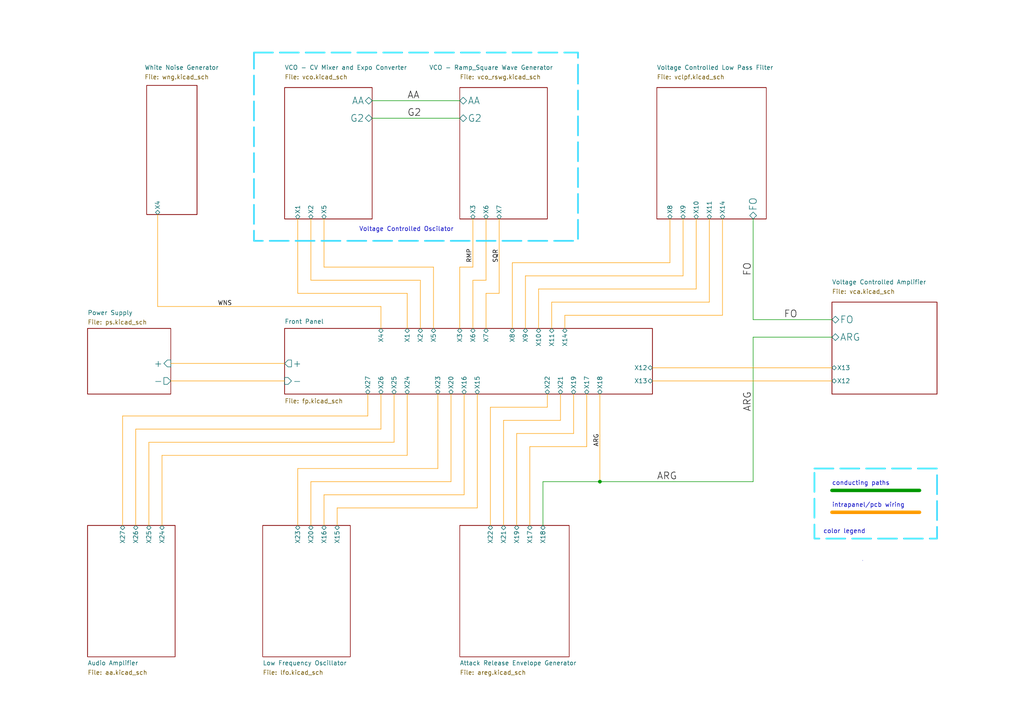
<source format=kicad_sch>
(kicad_sch (version 20230121) (generator eeschema)
  (paper "A4")
  (title_block (title "Noise Toaster") (rev "0.6") (company "Music From Outer Space LLC") (comment 1 "Licence: CC-BY-NC-SA") (comment 2 "Original Design by Ray Wilson") (comment 3 "http://musicfromouterspace.com/analogsynth_new/NOISETOASTER/NOISETOASTER.php"))
  (lib_symbols)
  (junction (at 173.99 139.7))
  (wire (pts (xy 114.3 128.27) (xy 43.18 128.27)) (stroke (width 0) (color 255 157 0 1)))
  (wire (pts (xy 209.55 91.44) (xy 163.83 91.44)) (stroke (width 0) (color 255 157 0 1)))
  (wire (pts (xy 107.95 34.29) (xy 133.35 34.29)))
  (wire (pts (xy 201.93 63.5) (xy 201.93 83.82)) (stroke (width 0) (color 255 157 0 1)))
  (wire (pts (xy 148.59 76.2) (xy 194.31 76.2)) (stroke (width 0) (color 255 157 0 1)))
  (wire (pts (xy 106.68 120.65) (xy 35.56 120.65)) (stroke (width 0) (color 255 157 0 1)))
  (wire (pts (xy 125.73 77.47) (xy 125.73 95.25)) (stroke (width 0) (color 255 157 0 1)))
  (wire (pts (xy 156.21 95.25) (xy 156.21 83.82)) (stroke (width 0) (color 255 157 0 1)))
  (wire (pts (xy 86.36 63.5) (xy 86.36 85.09)) (stroke (width 0) (color 255 157 0 1)))
  (wire (pts (xy 138.43 147.32) (xy 97.79 147.32)) (stroke (width 0) (color 255 157 0 1)))
  (wire (pts (xy 163.83 91.44) (xy 163.83 95.25)) (stroke (width 0) (color 255 157 0 1)))
  (wire (pts (xy 90.17 81.28) (xy 121.92 81.28)) (stroke (width 0) (color 255 157 0 1)))
  (wire (pts (xy 107.95 29.21) (xy 133.35 29.21)))
  (wire (pts (xy 173.99 139.7) (xy 218.44 139.7)))
  (wire (pts (xy 153.67 129.54) (xy 153.67 152.4)) (stroke (width 0) (color 255 157 0 1)))
  (wire (pts (xy 130.81 114.3) (xy 130.81 139.7)) (stroke (width 0) (color 255 157 0 1)))
  (wire (pts (xy 106.68 114.3) (xy 106.68 120.65)) (stroke (width 0) (color 255 157 0 1)))
  (wire (pts (xy 157.48 139.7) (xy 173.99 139.7)))
  (wire (pts (xy 209.55 63.5) (xy 209.55 91.44)) (stroke (width 0) (color 255 157 0 1)))
  (wire (pts (xy 166.37 114.3) (xy 166.37 125.73)) (stroke (width 0) (color 255 157 0 1)))
  (wire (pts (xy 90.17 63.5) (xy 90.17 81.28)) (stroke (width 0) (color 255 157 0 1)))
  (wire (pts (xy 93.98 63.5) (xy 93.98 77.47)) (stroke (width 0) (color 255 157 0 1)))
  (wire (pts (xy 130.81 139.7) (xy 90.17 139.7)) (stroke (width 0) (color 255 157 0 1)))
  (wire (pts (xy 170.18 129.54) (xy 153.67 129.54)) (stroke (width 0) (color 255 157 0 1)))
  (wire (pts (xy 90.17 139.7) (xy 90.17 152.4)) (stroke (width 0) (color 255 157 0 1)))
  (wire (pts (xy 241.3 97.79) (xy 218.44 97.79)))
  (wire (pts (xy 241.3 148.59) (xy 266.7 148.59)) (stroke (width 1) (color 255 153 0 1)))
  (wire (pts (xy 144.78 85.09) (xy 140.97 85.09)) (stroke (width 0) (color 255 157 0 1)))
  (wire (pts (xy 170.18 114.3) (xy 170.18 129.54)) (stroke (width 0) (color 255 157 0 1)))
  (wire (pts (xy 189.23 110.49) (xy 241.3 110.49)) (stroke (width 0) (color 255 157 0 1)))
  (wire (pts (xy 114.3 114.3) (xy 114.3 128.27)) (stroke (width 0) (color 255 157 0 1)))
  (wire (pts (xy 110.49 124.46) (xy 39.37 124.46)) (stroke (width 0) (color 255 157 0 1)))
  (wire (pts (xy 146.05 121.92) (xy 146.05 152.4)) (stroke (width 0) (color 255 157 0 1)))
  (wire (pts (xy 144.78 63.5) (xy 144.78 85.09)) (stroke (width 0) (color 255 157 0 1)))
  (wire (pts (xy 134.62 143.51) (xy 93.98 143.51)) (stroke (width 0) (color 255 157 0 1)))
  (wire (pts (xy 194.31 76.2) (xy 194.31 63.5)) (stroke (width 0) (color 255 157 0 1)))
  (wire (pts (xy 189.23 106.68) (xy 241.3 106.68)) (stroke (width 0) (color 255 157 0 1)))
  (wire (pts (xy 205.74 63.5) (xy 205.74 87.63)) (stroke (width 0) (color 255 157 0 1)))
  (wire (pts (xy 218.44 97.79) (xy 218.44 139.7)))
  (wire (pts (xy 156.21 83.82) (xy 201.93 83.82)) (stroke (width 0) (color 255 157 0 1)))
  (wire (pts (xy 137.16 81.28) (xy 137.16 95.25)) (stroke (width 0) (color 255 157 0 1)))
  (wire (pts (xy 241.3 142.24) (xy 266.7 142.24)) (stroke (width 1)))
  (wire (pts (xy 39.37 124.46) (xy 39.37 152.4)) (stroke (width 0) (color 255 157 0 1)))
  (wire (pts (xy 118.11 132.08) (xy 46.99 132.08)) (stroke (width 0) (color 255 157 0 1)))
  (wire (pts (xy 137.16 77.47) (xy 133.35 77.47)) (stroke (width 0) (color 255 157 0 1)))
  (wire (pts (xy 43.18 128.27) (xy 43.18 152.4)) (stroke (width 0) (color 255 157 0 1)))
  (wire (pts (xy 127 135.89) (xy 86.36 135.89)) (stroke (width 0) (color 255 157 0 1)))
  (wire (pts (xy 162.56 121.92) (xy 146.05 121.92)) (stroke (width 0) (color 255 157 0 1)))
  (wire (pts (xy 86.36 85.09) (xy 118.11 85.09)) (stroke (width 0) (color 255 157 0 1)))
  (wire (pts (xy 140.97 81.28) (xy 137.16 81.28)) (stroke (width 0) (color 255 157 0 1)))
  (wire (pts (xy 110.49 88.9) (xy 110.49 95.25)) (stroke (width 0) (color 255 157 0 1)))
  (wire (pts (xy 93.98 77.47) (xy 125.73 77.47)) (stroke (width 0) (color 255 157 0 1)))
  (wire (pts (xy 166.37 125.73) (xy 149.86 125.73)) (stroke (width 0) (color 255 157 0 1)))
  (wire (pts (xy 158.75 114.3) (xy 158.75 118.11)) (stroke (width 0) (color 255 157 0 1)))
  (wire (pts (xy 241.3 92.71) (xy 218.44 92.71)))
  (wire (pts (xy 149.86 125.73) (xy 149.86 152.4)) (stroke (width 0) (color 255 157 0 1)))
  (wire (pts (xy 118.11 114.3) (xy 118.11 132.08)) (stroke (width 0) (color 255 157 0 1)))
  (wire (pts (xy 49.53 110.49) (xy 82.55 110.49)) (stroke (width 0) (color 255 157 0 1)))
  (wire (pts (xy 134.62 114.3) (xy 134.62 143.51)) (stroke (width 0) (color 255 157 0 1)))
  (wire (pts (xy 45.72 88.9) (xy 110.49 88.9)) (stroke (width 0) (color 255 157 0 1)))
  (wire (pts (xy 152.4 80.01) (xy 152.4 95.25)) (stroke (width 0) (color 255 157 0 1)))
  (wire (pts (xy 127 114.3) (xy 127 135.89)) (stroke (width 0) (color 255 157 0 1)))
  (wire (pts (xy 140.97 85.09) (xy 140.97 95.25)) (stroke (width 0) (color 255 157 0 1)))
  (wire (pts (xy 205.74 87.63) (xy 160.02 87.63)) (stroke (width 0) (color 255 157 0 1)))
  (wire (pts (xy 137.16 63.5) (xy 137.16 77.47)) (stroke (width 0) (color 255 157 0 1)))
  (wire (pts (xy 49.53 105.41) (xy 82.55 105.41)) (stroke (width 0) (color 255 157 0 1)))
  (wire (pts (xy 158.75 118.11) (xy 142.24 118.11)) (stroke (width 0) (color 255 157 0 1)))
  (wire (pts (xy 110.49 114.3) (xy 110.49 124.46)) (stroke (width 0) (color 255 157 0 1)))
  (wire (pts (xy 160.02 87.63) (xy 160.02 95.25)) (stroke (width 0) (color 255 157 0 1)))
  (wire (pts (xy 198.12 63.5) (xy 198.12 80.01)) (stroke (width 0) (color 255 157 0 1)))
  (wire (pts (xy 157.48 139.7) (xy 157.48 152.4)))
  (wire (pts (xy 148.59 95.25) (xy 148.59 76.2)) (stroke (width 0) (color 255 157 0 1)))
  (wire (pts (xy 46.99 132.08) (xy 46.99 152.4)) (stroke (width 0) (color 255 157 0 1)))
  (wire (pts (xy 35.56 120.65) (xy 35.56 152.4)) (stroke (width 0) (color 255 157 0 1)))
  (wire (pts (xy 118.11 85.09) (xy 118.11 95.25)) (stroke (width 0) (color 255 157 0 1)))
  (wire (pts (xy 45.72 62.23) (xy 45.72 88.9)) (stroke (width 0) (color 255 157 0 1)))
  (wire (pts (xy 121.92 81.28) (xy 121.92 95.25)) (stroke (width 0) (color 255 157 0 1)))
  (wire (pts (xy 142.24 118.11) (xy 142.24 152.4)) (stroke (width 0) (color 255 157 0 1)))
  (wire (pts (xy 162.56 114.3) (xy 162.56 121.92)) (stroke (width 0) (color 255 157 0 1)))
  (wire (pts (xy 218.44 63.5) (xy 218.44 92.71)))
  (wire (pts (xy 173.99 114.3) (xy 173.99 139.7)) (stroke (width 0) (color 255 157 0 1)))
  (wire (pts (xy 97.79 147.32) (xy 97.79 152.4)) (stroke (width 0) (color 255 157 0 1)))
  (wire (pts (xy 93.98 143.51) (xy 93.98 152.4)) (stroke (width 0) (color 255 157 0 1)))
  (wire (pts (xy 138.43 114.3) (xy 138.43 147.32)) (stroke (width 0) (color 255 157 0 1)))
  (wire (pts (xy 86.36 135.89) (xy 86.36 152.4)) (stroke (width 0) (color 255 157 0 1)))
  (wire (pts (xy 133.35 77.47) (xy 133.35 95.25)) (stroke (width 0) (color 255 157 0 1)))
  (wire (pts (xy 198.12 80.01) (xy 152.4 80.01)) (stroke (width 0) (color 255 157 0 1)))
  (wire (pts (xy 140.97 63.5) (xy 140.97 81.28)) (stroke (width 0) (color 255 157 0 1)))
  (rectangle (start 73.66 15.24) (end 167.64 69.85) (stroke (width 0.5) (type dash) (color 67 222 255 1)))
  (rectangle (start 236.22 135.89) (end 271.78 156.21) (stroke (width 0.5) (type dash) (color 67 222 255 1)))
  (rectangle (start 231.14 135.89) (end 231.14 135.89) (stroke (width -0.0001)) (fill (type color) (color 255 157 0 1)))
  (rectangle (start 250.19 162.56) (end 250.19 162.56))
  (text "Voltage Controlled Oscilator" (at 104.14 67.31 0) (effects (font (size 1.27 1.27)) (justify left bottom)))
  (text "intrapanel/pcb wiring" (at 241.3 147.32 0) (effects (font (size 1.27 1.27)) (justify left bottom)))
  (text "color legend" (at 238.76 154.94 0) (effects (font (size 1.27 1.27)) (justify left bottom)))
  (text "conducting paths" (at 241.3 140.97 0) (effects (font (size 1.27 1.27)) (justify left bottom)))
  (label "ARG" (at 190.5 139.7 0) (effects (font (size 2 2))))
  (label "RMP" (at 137.16 76.2 90))
  (label "G2" (at 118.11 34.29 0) (effects (font (size 2 2))))
  (label "AA" (at 118.11 29.21 0) (effects (font (size 2 2))))
  (label "ARG" (at 218.44 119.38 90) (effects (font (size 2 2))))
  (label "FO" (at 218.44 80.01 90) (effects (font (size 2 2))))
  (label "FO" (at 227.33 92.71 0) (effects (font (size 2 2))))
  (label "SQR" (at 144.78 76.2 90))
  (label "ARG" (at 173.99 129.54 90))
  (label "WNS" (at 67.31 88.9 180))
  (sheet (at 133.35 152.4) (size 31.75 38.1) (stroke (width 0.1524))
    (property "Sheetname" "Attack Release Envelope Generator" (at 133.35 193.04 0) (effects (justify left bottom)))
    (property "Sheetfile" "areg.kicad_sch" (at 133.35 194.31 0) (effects (justify left top)))
    (pin "X18" bidirectional (at 157.48 152.4 90))
    (pin "X19" bidirectional (at 149.86 152.4 90))
    (pin "X22" bidirectional (at 142.24 152.4 90))
    (pin "X17" bidirectional (at 153.67 152.4 90))
    (pin "X21" bidirectional (at 146.05 152.4 90))
  )
  (sheet (at 82.55 95.25) (size 106.68 19.05) (stroke (width 0.1524))
    (property "Sheetname" "Front Panel" (at 82.55 93.98 0) (effects (justify left bottom)))
    (property "Sheetfile" "fp.kicad_sch" (at 82.55 115.57 0) (effects (justify left top)))
    (pin "X17" bidirectional (at 170.18 114.3 270))
    (pin "X18" bidirectional (at 173.99 114.3 270))
    (pin "X5" bidirectional (at 125.73 95.25 90))
    (pin "X2" bidirectional (at 121.92 95.25 90))
    (pin "X1" bidirectional (at 118.11 95.25 90))
    (pin "X6" bidirectional (at 137.16 95.25 90))
    (pin "X21" bidirectional (at 162.56 114.3 270))
    (pin "X22" bidirectional (at 158.75 114.3 270))
    (pin "X19" bidirectional (at 166.37 114.3 270))
    (pin "X16" bidirectional (at 134.62 114.3 270))
    (pin "X23" bidirectional (at 127 114.3 270))
    (pin "X20" bidirectional (at 130.81 114.3 270))
    (pin "X15" bidirectional (at 138.43 114.3 270))
    (pin "X4" bidirectional (at 110.49 95.25 90))
    (pin "X3" bidirectional (at 133.35 95.25 90))
    (pin "-" input (at 82.55 110.49 180) (effects (font (size 2 2))))
    (pin "+" output (at 82.55 105.41 180) (effects (font (size 2 2))))
    (pin "X7" bidirectional (at 140.97 95.25 90))
    (pin "X9" bidirectional (at 152.4 95.25 90))
    (pin "X8" bidirectional (at 148.59 95.25 90))
    (pin "X11" bidirectional (at 160.02 95.25 90))
    (pin "X26" bidirectional (at 110.49 114.3 270))
    (pin "X13" bidirectional (at 189.23 110.49 0))
    (pin "X12" bidirectional (at 189.23 106.68 0))
    (pin "X10" bidirectional (at 156.21 95.25 90))
    (pin "X14" bidirectional (at 163.83 95.25 90))
    (pin "X25" bidirectional (at 114.3 114.3 270))
    (pin "X24" bidirectional (at 118.11 114.3 270))
    (pin "X27" bidirectional (at 106.68 114.3 270))
  )
  (sheet (at 190.5 25.4) (size 31.75 38.1) (stroke (width 0.1524))
    (property "Sheetname" "Voltage Controlled Low Pass Filter" (at 190.5 20.32 0) (effects (justify left bottom)))
    (property "Sheetfile" "vclpf.kicad_sch" (at 190.5 21.59 0) (effects (justify left top)))
    (pin "FO" bidirectional (at 218.44 63.5 270) (effects (font (size 2 2))))
    (pin "X8" bidirectional (at 194.31 63.5 270))
    (pin "X11" bidirectional (at 205.74 63.5 270))
    (pin "X10" bidirectional (at 201.93 63.5 270))
    (pin "X9" bidirectional (at 198.12 63.5 270))
    (pin "X14" bidirectional (at 209.55 63.5 270))
  )
  (sheet (at 76.2 152.4) (size 25.4 38.1) (stroke (width 0.1524))
    (property "Sheetname" "Low Frequency Oscillator" (at 76.2 193.04 0) (effects (justify left bottom)))
    (property "Sheetfile" "lfo.kicad_sch" (at 76.2 194.31 0) (effects (justify left top)))
    (pin "X16" bidirectional (at 93.98 152.4 90))
    (pin "X20" bidirectional (at 90.17 152.4 90))
    (pin "X15" bidirectional (at 97.79 152.4 90))
    (pin "X23" bidirectional (at 86.36 152.4 90))
  )
  (sheet (at 241.3 87.63) (size 30.48 26.67) (stroke (width 0.1524))
    (property "Sheetname" "Voltage Controlled Amplifier" (at 241.3 82.55 0) (effects (justify left bottom)))
    (property "Sheetfile" "vca.kicad_sch" (at 241.3 83.82 0) (effects (justify left top)))
    (pin "ARG" bidirectional (at 241.3 97.79 180) (effects (font (size 2 2))))
    (pin "FO" bidirectional (at 241.3 92.71 180) (effects (font (size 2 2))))
    (pin "X13" bidirectional (at 241.3 106.68 180))
    (pin "X12" bidirectional (at 241.3 110.49 180))
  )
  (sheet (at 25.4 95.25) (size 24.13 19.05) (stroke (width 0.1524))
    (property "Sheetname" "Power Supply" (at 25.4 91.44 0) (effects (justify left bottom)))
    (property "Sheetfile" "ps.kicad_sch" (at 25.4 92.71 0) (effects (justify left top)))
    (pin "-" output (at 49.53 110.49 0) (effects (font (size 2 2))))
    (pin "+" input (at 49.53 105.41 0) (effects (font (size 2 2))))
  )
  (sheet (at 42.545 24.765) (size 14.605 37.465) (stroke (width 0.1524))
    (property "Sheetname" "White Noise Generator" (at 41.91 20.32 0) (effects (justify left bottom)))
    (property "Sheetfile" "wng.kicad_sch" (at 41.91 21.59 0) (effects (justify left top)))
    (pin "X4" bidirectional (at 45.72 62.23 270))
  )
  (sheet (at 25.4 152.4) (size 25.4 38.1) (stroke (width 0.1524))
    (property "Sheetname" "Audio Amplifier" (at 25.4 193.04 0) (effects (justify left bottom)))
    (property "Sheetfile" "aa.kicad_sch" (at 25.4 194.31 0) (effects (justify left top)))
    (pin "X27" bidirectional (at 35.56 152.4 90))
    (pin "X24" bidirectional (at 46.99 152.4 90))
    (pin "X25" bidirectional (at 43.18 152.4 90))
    (pin "X26" bidirectional (at 39.37 152.4 90))
  )
  (sheet (at 133.35 25.4) (size 25.4 38.1) (stroke (width 0.1524))
    (property "Sheetname" "VCO - Ramp_Square Wave Generator" (at 124.46 20.32 0) (effects (justify left bottom)))
    (property "Sheetfile" "vco_rswg.kicad_sch" (at 133.35 21.59 0) (effects (justify left top)))
    (pin "G2" bidirectional (at 133.35 34.29 180) (effects (font (size 2 2))))
    (pin "AA" bidirectional (at 133.35 29.21 180) (effects (font (size 2 2))))
    (pin "X3" bidirectional (at 137.16 63.5 270))
    (pin "X7" bidirectional (at 144.78 63.5 270))
    (pin "X6" bidirectional (at 140.97 63.5 270))
  )
  (sheet (at 82.55 25.4) (size 25.4 38.1) (stroke (width 0.1524))
    (property "Sheetname" "VCO - CV Mixer and Expo Converter" (at 82.55 20.32 0) (effects (justify left bottom)))
    (property "Sheetfile" "vco.kicad_sch" (at 82.55 21.59 0) (effects (justify left top)))
    (pin "AA" bidirectional (at 107.95 29.21 0) (effects (font (size 2 2))))
    (pin "G2" bidirectional (at 107.95 34.29 0) (effects (font (size 2 2))))
    (pin "X1" bidirectional (at 86.36 63.5 270))
    (pin "X2" bidirectional (at 90.17 63.5 270))
    (pin "X5" bidirectional (at 93.98 63.5 270))
  )
)
</source>
